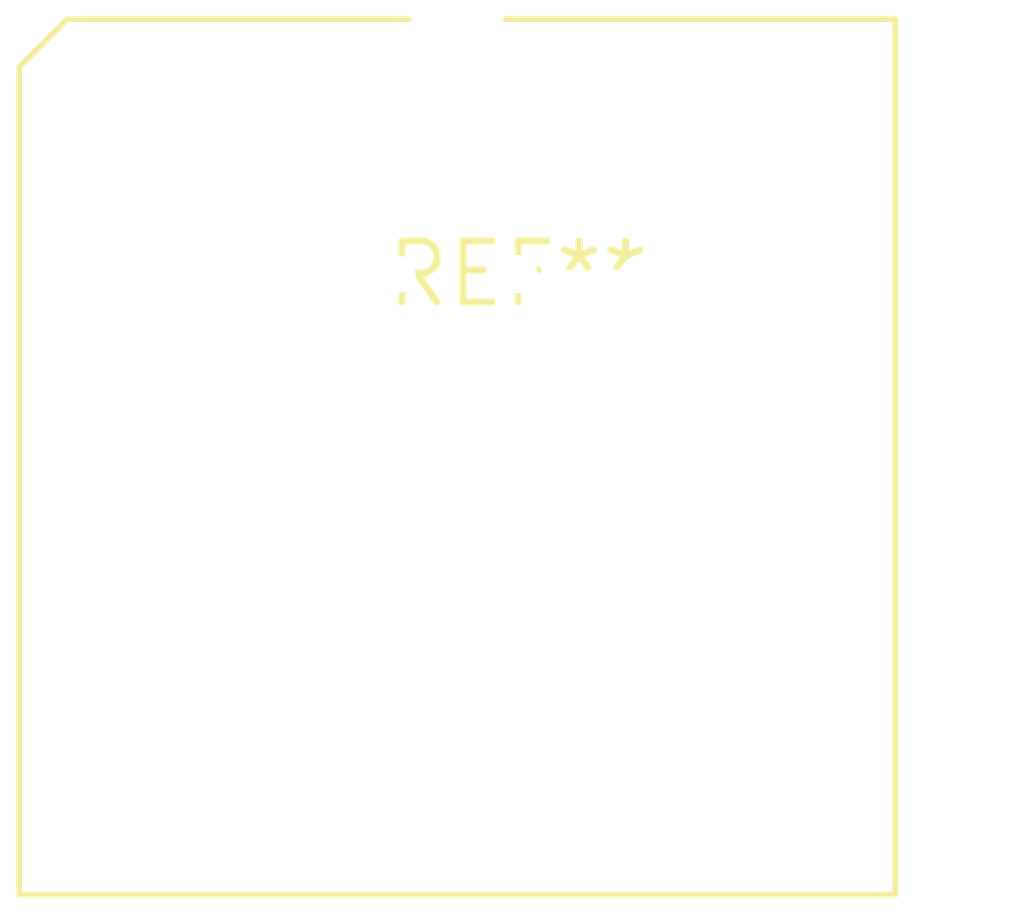
<source format=kicad_pcb>
(kicad_pcb (version 20240108) (generator pcbnew)
  (layers (0 "F.Cu" signal) (31 "B.Cu" signal) (34 "B.Paste" user) (35 "F.Paste" user) (36 "B.SilkS" user "B.Silkscreen") (37 "F.SilkS" user "F.Silkscreen") (38 "B.Mask" user) (39 "F.Mask" user) (44 "Edge.Cuts" user))
  (net 0 "")
  (footprint "PLCC-28_THT-Socket" (layer "F.Cu") (at 0 0)
    (property "Reference" "REF**")
    (property "Value" "PLCC-28_THT-Socket")
    (fp_line (start -10.395 -4.315) (end -10.395 12.935) (layer "F.SilkS") (stroke (width 0.12)))
    (fp_line (start -10.395 12.935) (end 7.855 12.935) (layer "F.SilkS") (stroke (width 0.12)))
    (fp_line (start -9.395 -5.315) (end -10.395 -4.315) (layer "F.SilkS") (stroke (width 0.12)))
    (fp_line (start -2.27 -5.315) (end -9.395 -5.315) (layer "F.SilkS") (stroke (width 0.12)))
    (fp_line (start 7.855 -5.315) (end -0.27 -5.315) (layer "F.SilkS") (stroke (width 0.12)))
    (fp_line (start 7.855 12.935) (end 7.855 -5.315) (layer "F.SilkS") (stroke (width 0.12)))
    (pad "1" thru_hole rect (at 0 0) (size 1.4224 1.4224) (drill 0.8) (layers *.Cu *.Mask) (remove_unused_layers))
    (pad "2" thru_hole circle (at -2.54 -2.54) (size 1.4224 1.4224) (drill 0.8) (layers *.Cu *.Mask) (remove_unused_layers))
    (pad "3" thru_hole circle (at -2.54 0) (size 1.4224 1.4224) (drill 0.8) (layers *.Cu *.Mask) (remove_unused_layers))
    (pad "4" thru_hole circle (at -5.08 -2.54) (size 1.4224 1.4224) (drill 0.8) (layers *.Cu *.Mask) (remove_unused_layers))
    (pad "5" thru_hole circle (at -7.62 0) (size 1.4224 1.4224) (drill 0.8) (layers *.Cu *.Mask) (remove_unused_layers))
    (pad "6" thru_hole circle (at -5.08 0) (size 1.4224 1.4224) (drill 0.8) (layers *.Cu *.Mask) (remove_unused_layers))
    (pad "7" thru_hole circle (at -7.62 2.54) (size 1.4224 1.4224) (drill 0.8) (layers *.Cu *.Mask) (remove_unused_layers))
    (pad "8" thru_hole circle (at -5.08 2.54) (size 1.4224 1.4224) (drill 0.8) (layers *.Cu *.Mask) (remove_unused_layers))
    (pad "9" thru_hole circle (at -7.62 5.08) (size 1.4224 1.4224) (drill 0.8) (layers *.Cu *.Mask) (remove_unused_layers))
    (pad "10" thru_hole circle (at -5.08 5.08) (size 1.4224 1.4224) (drill 0.8) (layers *.Cu *.Mask) (remove_unused_layers))
    (pad "11" thru_hole circle (at -7.62 7.62) (size 1.4224 1.4224) (drill 0.8) (layers *.Cu *.Mask) (remove_unused_layers))
    (pad "12" thru_hole circle (at -5.08 10.16) (size 1.4224 1.4224) (drill 0.8) (layers *.Cu *.Mask) (remove_unused_layers))
    (pad "13" thru_hole circle (at -5.08 7.62) (size 1.4224 1.4224) (drill 0.8) (layers *.Cu *.Mask) (remove_unused_layers))
    (pad "14" thru_hole circle (at -2.54 10.16) (size 1.4224 1.4224) (drill 0.8) (layers *.Cu *.Mask) (remove_unused_layers))
    (pad "15" thru_hole circle (at -2.54 7.62) (size 1.4224 1.4224) (drill 0.8) (layers *.Cu *.Mask) (remove_unused_layers))
    (pad "16" thru_hole circle (at 0 10.16) (size 1.4224 1.4224) (drill 0.8) (layers *.Cu *.Mask) (remove_unused_layers))
    (pad "17" thru_hole circle (at 0 7.62) (size 1.4224 1.4224) (drill 0.8) (layers *.Cu *.Mask) (remove_unused_layers))
    (pad "18" thru_hole circle (at 2.54 10.16) (size 1.4224 1.4224) (drill 0.8) (layers *.Cu *.Mask) (remove_unused_layers))
    (pad "19" thru_hole circle (at 5.08 7.62) (size 1.4224 1.4224) (drill 0.8) (layers *.Cu *.Mask) (remove_unused_layers))
    (pad "20" thru_hole circle (at 2.54 7.62) (size 1.4224 1.4224) (drill 0.8) (layers *.Cu *.Mask) (remove_unused_layers))
    (pad "21" thru_hole circle (at 5.08 5.08) (size 1.4224 1.4224) (drill 0.8) (layers *.Cu *.Mask) (remove_unused_layers))
    (pad "22" thru_hole circle (at 2.54 5.08) (size 1.4224 1.4224) (drill 0.8) (layers *.Cu *.Mask) (remove_unused_layers))
    (pad "23" thru_hole circle (at 5.08 2.54) (size 1.4224 1.4224) (drill 0.8) (layers *.Cu *.Mask) (remove_unused_layers))
    (pad "24" thru_hole circle (at 2.54 2.54) (size 1.4224 1.4224) (drill 0.8) (layers *.Cu *.Mask) (remove_unused_layers))
    (pad "25" thru_hole circle (at 5.08 0) (size 1.4224 1.4224) (drill 0.8) (layers *.Cu *.Mask) (remove_unused_layers))
    (pad "26" thru_hole circle (at 2.54 -2.54) (size 1.4224 1.4224) (drill 0.8) (layers *.Cu *.Mask) (remove_unused_layers))
    (pad "27" thru_hole circle (at 2.54 0) (size 1.4224 1.4224) (drill 0.8) (layers *.Cu *.Mask) (remove_unused_layers))
    (pad "28" thru_hole circle (at 0 -2.54) (size 1.4224 1.4224) (drill 0.8) (layers *.Cu *.Mask) (remove_unused_layers))
  )
)
</source>
